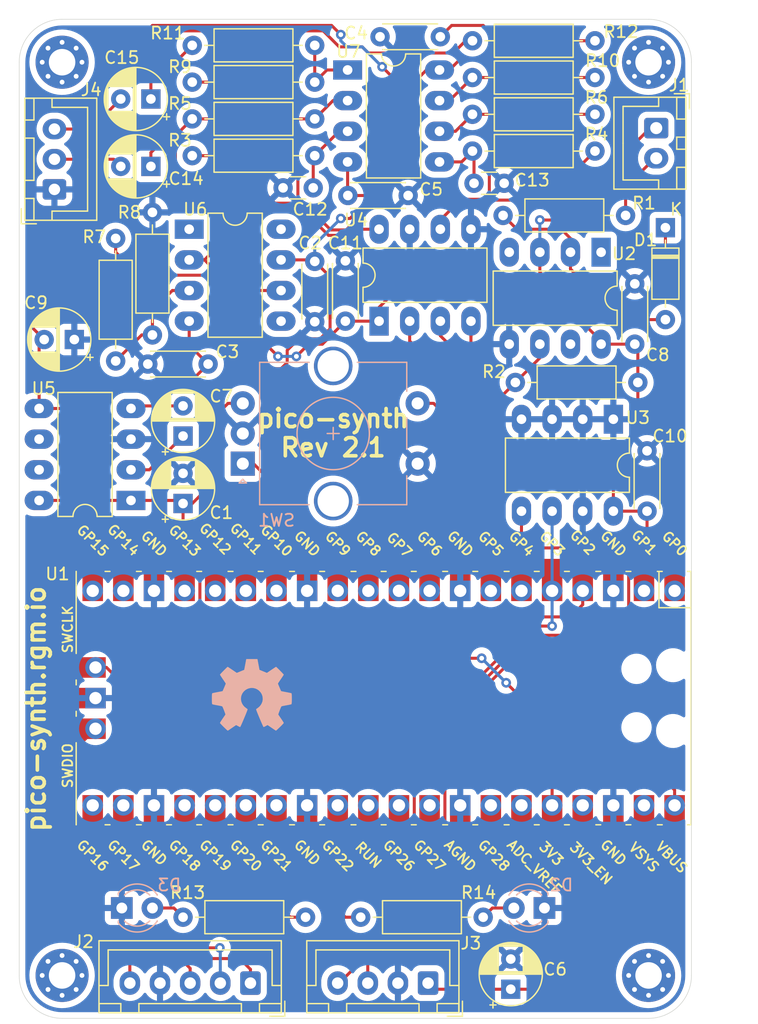
<source format=kicad_pcb>
(kicad_pcb (version 20211014) (generator pcbnew)
  (title_block (title "pico-synth") (date "2022-02-01") (rev "2.1"))
  (layers (0 "F.Cu" signal) (31 "B.Cu" signal) (34 "B.Paste" user) (35 "F.Paste" user) (36 "B.SilkS" user "B.Silkscreen") (37 "F.SilkS" user "F.Silkscreen") (38 "B.Mask" user) (39 "F.Mask" user) (44 "Edge.Cuts" user))
  (net 0 "")
  (net 1 "GND")
  (net 2 "Net-(D1-Pad2)")
  (net 3 "Net-(D1-Pad1)")
  (net 4 "Net-(R5-Pad2)")
  (net 6 "Net-(R10-Pad2)")
  (net 7 "+5V")
  (net 8 "-5V")
  (net 9 "+3V3")
  (net 10 "Net-(C7-Pad2)")
  (net 11 "Net-(C7-Pad1)")
  (net 12 "Net-(C12-Pad1)")
  (net 13 "Net-(C13-Pad1)")
  (net 14 "Net-(C14-Pad2)")
  (net 15 "Net-(C14-Pad1)")
  (net 16 "Net-(C15-Pad2)")
  (net 17 "Net-(C15-Pad1)")
  (net 18 "Net-(J1-Pad2)")
  (net 19 "DBG_SWDIO")
  (net 20 "DBG_SWCLK")
  (net 21 "DBG_RX")
  (net 22 "DBG_TX")
  (net 23 "SDA")
  (net 24 "SCL")
  (net 25 "MIDI_RX")
  (net 26 "CH1")
  (net 27 "CH2")
  (net 28 "VREF")
  (net 29 "Net-(R7-Pad2)")
  (net 30 "Net-(R11-Pad2)")
  (net 31 "Net-(R10-Pad1)")
  (net 32 "ENC_A")
  (net 33 "ENC_B")
  (net 34 "ENC_BT")
  (net 49 "CS")
  (net 50 "SCK")
  (net 51 "SDI")
  (net 54 "Net-(D2-Pad2)")
  (net 55 "Net-(D3-Pad2)")
  (net 56 "LED1")
  (net 57 "LED2")
  (footprint "Capacitor_THT:CP_Radial_D5.0mm_P2.50mm" (layer "F.Cu") (at 131.953 100.965 90)
    (fp_text reference "C1")
    (fp_text value "10u")
  )
  (footprint "Capacitor_THT:C_Disc_D4.3mm_W1.9mm_P5.00mm" (layer "F.Cu") (at 142.875 80.899 -90)
    (fp_text reference "C2")
    (fp_text value "100n")
  )
  (footprint "Capacitor_THT:C_Disc_D4.3mm_W1.9mm_P5.00mm" (layer "F.Cu") (at 129.032 89.408)
    (fp_text reference "C3")
    (fp_text value "100n")
  )
  (footprint "Capacitor_THT:C_Disc_D4.3mm_W1.9mm_P5.00mm" (layer "F.Cu") (at 153.289 62.2808 180)
    (fp_text reference "C4")
    (fp_text value "100n")
  )
  (footprint "Capacitor_THT:C_Disc_D4.3mm_W1.9mm_P5.00mm" (layer "F.Cu") (at 150.622 75.438 180)
    (fp_text reference "C5")
    (fp_text value "100n")
  )
  (footprint "Capacitor_THT:CP_Radial_D5.0mm_P2.50mm" (layer "F.Cu") (at 159.131 141.224 90)
    (fp_text reference "C6")
    (fp_text value "10u")
  )
  (footprint "Capacitor_THT:CP_Radial_D5.0mm_P2.50mm" (layer "F.Cu") (at 131.953 95.377 90)
    (fp_text reference "C7")
    (fp_text value "10u")
  )
  (footprint "Capacitor_THT:C_Disc_D4.3mm_W1.9mm_P5.00mm" (layer "F.Cu") (at 169.418 87.757 90)
    (fp_text reference "C8")
    (fp_text value "100n")
  )
  (footprint "Capacitor_THT:CP_Radial_D5.0mm_P2.50mm" (layer "F.Cu") (at 122.936 87.376 180)
    (fp_text reference "C9")
    (fp_text value "10u")
  )
  (footprint "Capacitor_THT:C_Disc_D4.3mm_W1.9mm_P5.00mm" (layer "F.Cu") (at 170.434 101.6 90)
    (fp_text reference "C10")
    (fp_text value "100n")
  )
  (footprint "Capacitor_THT:C_Disc_D4.3mm_W1.9mm_P5.00mm" (layer "F.Cu") (at 145.415 85.852 90)
    (fp_text reference "C11")
    (fp_text value "100n")
  )
  (footprint "Capacitor_THT:C_Disc_D3.0mm_W1.6mm_P2.50mm" (layer "F.Cu") (at 142.748 74.803 180)
    (fp_text reference "C12")
    (fp_text value "4n7")
  )
  (footprint "Capacitor_THT:C_Disc_D3.0mm_W1.6mm_P2.50mm" (layer "F.Cu") (at 156.083 74.422)
    (fp_text reference "C13")
    (fp_text value "4n7")
  )
  (footprint "Capacitor_THT:CP_Radial_D5.0mm_P2.50mm" (layer "F.Cu") (at 129.286 73.025 180)
    (fp_text reference "C14")
    (fp_text value "10u")
  )
  (footprint "Capacitor_THT:CP_Radial_D5.0mm_P2.50mm" (layer "F.Cu") (at 129.286 67.437 180)
    (fp_text reference "C15")
    (fp_text value "10u")
  )
  (footprint "Diode_THT:D_DO-35_SOD27_P7.62mm_Horizontal" (layer "F.Cu") (at 171.958 78.105 -90)
    (fp_text reference "D1")
    (fp_text value "1N4148")
  )
  (footprint "Connector_JST:JST_XH_B2B-XH-A_1x02_P2.50mm_Vertical" (layer "F.Cu") (at 171.196 69.85 -90)
    (fp_text reference "J1")
    (fp_text value "JST XH 2P")
  )
  (footprint "Connector_JST:JST_XH_B5B-XH-A_1x05_P2.50mm_Vertical" (layer "F.Cu") (at 137.541 140.716 180)
    (fp_text reference "J2")
    (fp_text value "JST XH 5P")
  )
  (footprint "Connector_JST:JST_XH_B4B-XH-A_1x04_P2.50mm_Vertical" (layer "F.Cu") (at 152.273 140.716 180)
    (fp_text reference "J3")
    (fp_text value "JST XH 4P")
  )
  (footprint "Connector_JST:JST_XH_B3B-XH-A_1x03_P2.50mm_Vertical" (layer "F.Cu") (at 121.285 74.93 90)
    (fp_text reference "J4")
    (fp_text value "JST XH 3P")
  )
  (footprint "Resistor_THT:R_Axial_DIN0207_L6.3mm_D2.5mm_P10.16mm_Horizontal" (layer "F.Cu") (at 168.656 77.089 180)
    (fp_text reference "R1")
    (fp_text value "220R")
  )
  (footprint "Resistor_THT:R_Axial_DIN0207_L6.3mm_D2.5mm_P10.16mm_Horizontal" (layer "F.Cu") (at 169.672 90.932 180)
    (fp_text reference "R2")
    (fp_text value "10k")
  )
  (footprint "Resistor_THT:R_Axial_DIN0207_L6.3mm_D2.5mm_P10.16mm_Horizontal" (layer "F.Cu") (at 142.875 72.136 180)
    (fp_text reference "R3")
    (fp_text value "470R")
  )
  (footprint "Resistor_THT:R_Axial_DIN0207_L6.3mm_D2.5mm_P10.16mm_Horizontal" (layer "F.Cu") (at 155.956 71.755)
    (fp_text reference "R4")
    (fp_text value "470R")
  )
  (footprint "Resistor_THT:R_Axial_DIN0207_L6.3mm_D2.5mm_P10.16mm_Horizontal" (layer "F.Cu") (at 132.715 69.088)
    (fp_text reference "R5")
    (fp_text value "56k")
  )
  (footprint "Resistor_THT:R_Axial_DIN0207_L6.3mm_D2.5mm_P10.16mm_Horizontal" (layer "F.Cu") (at 166.116 68.707 180)
    (fp_text reference "R6")
    (fp_text value "56k")
  )
  (footprint "Resistor_THT:R_Axial_DIN0207_L6.3mm_D2.5mm_P10.16mm_Horizontal" (layer "F.Cu") (at 126.365 78.994 -90)
    (fp_text reference "R7")
    (fp_text value "22k")
  )
  (footprint "Resistor_THT:R_Axial_DIN0207_L6.3mm_D2.5mm_P10.16mm_Horizontal" (layer "F.Cu") (at 129.413 86.995 90)
    (fp_text reference "R8")
    (fp_text value "10k")
  )
  (footprint "Resistor_THT:R_Axial_DIN0207_L6.3mm_D2.5mm_P10.16mm_Horizontal" (layer "F.Cu") (at 142.875 66.04 180)
    (fp_text reference "R9")
    (fp_text value "39k")
  )
  (footprint "Resistor_THT:R_Axial_DIN0207_L6.3mm_D2.5mm_P10.16mm_Horizontal" (layer "F.Cu") (at 155.956 65.659)
    (fp_text reference "R10")
    (fp_text value "39k")
  )
  (footprint "Resistor_THT:R_Axial_DIN0207_L6.3mm_D2.5mm_P10.16mm_Horizontal" (layer "F.Cu") (at 132.715 62.992)
    (fp_text reference "R11")
    (fp_text value "1k")
  )
  (footprint "Resistor_THT:R_Axial_DIN0207_L6.3mm_D2.5mm_P10.16mm_Horizontal" (layer "F.Cu") (at 155.956 62.611)
    (fp_text reference "R12")
    (fp_text value "1k")
  )
  (footprint "MCU_RaspberryPi_and_Boards:RPi_Pico_SMD_TH" (layer "F.Cu") (at 148.59 117.094 -90)
    (fp_text reference "U1")
    (fp_text value "Pico")
  )
  (footprint "Package_DIP:DIP-8_W7.62mm_LongPads" (layer "F.Cu") (at 166.624 80.137 -90)
    (fp_text reference "U2")
    (fp_text value "6N137")
  )
  (footprint "Package_DIP:DIP-8_W7.62mm_LongPads" (layer "F.Cu") (at 167.64 93.98 -90)
    (fp_text reference "U3")
    (fp_text value "24LC512")
  )
  (footprint "Package_DIP:DIP-8_W7.62mm_LongPads" (layer "F.Cu") (at 148.209 85.852 90)
    (fp_text reference "U4")
    (fp_text value "MCP4822")
  )
  (footprint "Package_DIP:DIP-8_W7.62mm_LongPads" (layer "F.Cu") (at 127.635 100.711 180)
    (fp_text reference "U5")
    (fp_text value "LTC1044")
  )
  (footprint "Package_DIP:DIP-8_W7.62mm_LongPads" (layer "F.Cu") (at 132.461 78.232)
    (fp_text reference "U6")
    (fp_text value "TL071")
  )
  (footprint "Package_DIP:DIP-8_W7.62mm_LongPads" (layer "F.Cu") (at 145.601225 65.033)
    (fp_text reference "U7")
    (fp_text value "TL072")
  )
  (footprint "MountingHole:MountingHole_2.2mm_M2_Pad_Via" (layer "F.Cu") (at 121.92 64.389)
    (fp_text reference "H1" hide)
    (fp_text value "MountingHole")
  )
  (footprint "MountingHole:MountingHole_2.2mm_M2_Pad_Via" (layer "F.Cu") (at 170.561 64.389)
    (fp_text reference "H2" hide)
    (fp_text value "MountingHole")
  )
  (footprint "MountingHole:MountingHole_2.2mm_M2_Pad_Via" (layer "F.Cu") (at 121.92 140.081)
    (fp_text reference "H3" hide)
    (fp_text value "MountingHole")
  )
  (footprint "MountingHole:MountingHole_2.2mm_M2_Pad_Via" (layer "F.Cu") (at 170.561 140.081)
    (fp_text reference "H4" hide)
    (fp_text value "MountingHole")
  )
  (footprint "Resistor_THT:R_Axial_DIN0207_L6.3mm_D2.5mm_P10.16mm_Horizontal" (layer "F.Cu") (at 142.113 135.255 180)
    (fp_text reference "R13")
    (fp_text value "18k")
  )
  (footprint "Resistor_THT:R_Axial_DIN0207_L6.3mm_D2.5mm_P10.16mm_Horizontal" (layer "F.Cu") (at 146.685 135.255)
    (fp_text reference "R14")
    (fp_text value "18k")
  )
  (footprint "Rotary_Encoder:RotaryEncoder_Alps_EC11E-Switch_Vertical_H20mm_CircularMountingHoles" (layer "B.Cu") (at 136.906 97.663)
    (fp_text reference "SW1")
    (fp_text value "Rotary_Encoder_Switch")
  )
  (footprint "Symbol:OSHW-Symbol_6.7x6mm_SilkScreen" (layer "B.Cu") (at 137.668 116.84 180)
    (fp_text reference "REF**" hide)
    (fp_text value "OSHW-Symbol_6.7x6mm_SilkScreen" hide)
  )
  (footprint "LED_THT:LED_D3.0mm" (layer "B.Cu") (at 126.873 134.493)
    (fp_text reference "D3")
    (fp_text value "LED")
  )
  (footprint "LED_THT:LED_D3.0mm" (layer "B.Cu") (at 161.925 134.493 180)
    (fp_text reference "D2")
    (fp_text value "LED")
  )
  (gr_line (start 174.117 140.081) (end 174.117 64.389) (layer "Edge.Cuts") (width 0.05))
  (gr_line (start 170.561 60.833) (end 121.92 60.833) (layer "Edge.Cuts") (width 0.05))
  (gr_line (start 118.364 64.389) (end 118.364 140.081) (layer "Edge.Cuts") (width 0.05))
  (gr_line (start 121.92 143.637) (end 170.561 143.637) (layer "Edge.Cuts") (width 0.05))
  (gr_arc (start 118.364 64.389) (mid 119.405528 61.874528) (end 121.92 60.833) (layer "Edge.Cuts") (width 0.05))
  (gr_arc (start 121.92 143.637) (mid 119.405528 142.595472) (end 118.364 140.081) (layer "Edge.Cuts") (width 0.05))
  (gr_arc (start 170.561 60.833) (mid 173.075472 61.874528) (end 174.117 64.389) (layer "Edge.Cuts") (width 0.05))
  (gr_arc (start 174.117 140.081) (mid 173.075472 142.595472) (end 170.561 143.637) (layer "Edge.Cuts") (width 0.05))
  (gr_text "pico-synth\nRev 2.1" (at 144.399 95.123) (layer "F.SilkS") (effects (font (size 1.5 1.5) (thickness 0.3))))
  (gr_text "pico-synth.rgm.io" (at 119.761 117.983 90) (layer "F.SilkS") (effects (font (size 1.5 1.5) (thickness 0.3))))
  (segment (start 161.544 77.47) (end 163.068 77.47) (width 0.25) (layer "F.Cu") (net 2))
  (segment (start 161.544 81.788) (end 165.481 85.725) (width 0.25) (layer "F.Cu") (net 2))
  (segment (start 165.481 85.725) (end 171.958 85.725) (width 0.25) (layer "F.Cu") (net 2))
  (segment (start 163.068 77.47) (end 170.688 69.85) (width 0.25) (layer "F.Cu") (net 2))
  (segment (start 161.544 80.137) (end 161.544 81.788) (width 0.25) (layer "F.Cu") (net 2))
  (segment (start 170.688 69.85) (end 171.196 69.85) (width 0.25) (layer "F.Cu") (net 2))
  (via (at 161.544 77.47) (size 0.8) (drill 0.4) (layers "F.Cu" "B.Cu") (net 2))
  (segment (start 161.544 80.137) (end 161.544 77.47) (width 0.25) (layer "B.Cu") (net 2))
  (segment (start 163.322 78.232) (end 164.084 78.994) (width 0.25) (layer "F.Cu") (net 3))
  (segment (start 158.496 77.089) (end 159.639 78.232) (width 0.25) (layer "F.Cu") (net 3))
  (segment (start 171.958 83.058) (end 171.958 78.105) (width 0.25) (layer "F.Cu") (net 3))
  (segment (start 169.74101 85.27499) (end 171.958 83.058) (width 0.25) (layer "F.Cu") (net 3))
  (segment (start 159.639 78.232) (end 163.322 78.232) (width 0.25) (layer "F.Cu") (net 3))
  (segment (start 164.084 80.137) (end 164.084 81.534) (width 0.25) (layer "F.Cu") (net 3))
  (segment (start 164.084 78.994) (end 164.084 80.137) (width 0.25) (layer "F.Cu") (net 3))
  (segment (start 164.084 81.534) (end 167.82499 85.27499) (width 0.25) (layer "F.Cu") (net 3))
  (segment (start 167.82499 85.27499) (end 169.74101 85.27499) (width 0.25) (layer "F.Cu") (net 3))
  (segment (start 145.601225 67.631775) (end 145.601225 67.573) (width 0.25) (layer "F.Cu") (net 4))
  (segment (start 144.39 67.573) (end 142.875 69.088) (width 0.25) (layer "F.Cu") (net 4))
  (segment (start 139.319 69.088) (end 142.875 69.088) (width 0.25) (layer "F.Cu") (net 4))
  (segment (start 145.601225 67.573) (end 144.39 67.573) (width 0.25) (layer "F.Cu") (net 4))
  (segment (start 132.715 66.04) (end 136.271 66.04) (width 0.25) (layer "F.Cu") (net 4))
  (segment (start 136.271 66.04) (end 139.319 69.088) (width 0.25) (layer "F.Cu") (net 4))
  (segment (start 154.55 70.113) (end 155.956 68.707) (width 0.25) (layer "F.Cu") (net 6))
  (segment (start 153.221225 70.113) (end 154.55 70.113) (width 0.25) (layer "F.Cu") (net 6))
  (segment (start 160.02 68.707) (end 163.068 65.659) (width 0.25) (layer "F.Cu") (net 6))
  (segment (start 155.956 68.707) (end 160.02 68.707) (width 0.25) (layer "F.Cu") (net 6))
  (segment (start 163.068 65.659) (end 166.116 65.659) (width 0.25) (layer "F.Cu") (net 6))
  (segment (start 158.75 115.824) (end 158.75 115.824) (width 0.25) (layer "F.Cu") (net 7))
  (segment (start 145.796 77.343) (end 145.66759 77.343) (width 0.25) (layer "F.Cu") (net 7))
  (segment (start 165.735 122.809) (end 158.75 115.824) (width 0.25) (layer "F.Cu") (net 7))
  (segment (start 140.081 80.772) (end 142.748 80.772) (width 0.25) (layer "F.Cu") (net 7))
  (segment (start 144.145 86.48559) (end 143.318795 87.311795) (width 0.25) (layer "F.Cu") (net 7))
  (segment (start 147.06459 76.07441) (end 145.796 77.343) (width 0.25) (layer "F.Cu") (net 7))
  (segment (start 131.699 100.711) (end 131.953 100.965) (width 0.25) (layer "F.Cu") (net 7))
  (segment (start 134.16999 92.39801) (end 134.16999 99.51001) (width 0.25) (layer "F.Cu") (net 7))
  (segment (start 133.35 109.728) (end 137.414 113.792) (width 0.25) (layer "F.Cu") (net 7))
  (segment (start 134.16999 99.51001) (end 132.715 100.965) (width 0.25) (layer "F.Cu") (net 7))
  (segment (start 132.715 100.965) (end 131.953 100.965) (width 0.25) (layer "F.Cu") (net 7))
  (segment (start 140.589 89.281) (end 140.081 89.789) (width 0.25) (layer "F.Cu") (net 7))
  (segment (start 136.779 89.789) (end 134.16999 92.39801) (width 0.25) (layer "F.Cu") (net 7))
  (segment (start 144.145 82.169) (end 144.145 86.48559) (width 0.25) (layer "F.Cu") (net 7))
  (segment (start 133.35 104.267) (end 133.35 109.728) (width 0.25) (layer "F.Cu") (net 7))
  (segment (start 137.414 113.792) (end 156.718 113.792) (width 0.25) (layer "F.Cu") (net 7))
  (segment (start 154.042 65.033) (end 153.221225 65.033) (width 0.25) (layer "F.Cu") (net 7))
  (segment (start 142.748 80.772) (end 142.875 80.899) (width 0.25) (layer "F.Cu") (net 7))
  (segment (start 145.66759 77.343) (end 145.034 77.343) (width 0.25) (layer "F.Cu") (net 7))
  (segment (start 140.081 89.789) (end 136.779 89.789) (width 0.25) (layer "F.Cu") (net 7))
  (segment (start 131.953 102.87) (end 133.35 104.267) (width 0.25) (layer "F.Cu") (net 7))
  (segment (start 141.542205 87.311795) (end 140.589 88.265) (width 0.25) (layer "F.Cu") (net 7))
  (segment (start 170.815 122.809) (end 165.735 122.809) (width 0.25) (layer "F.Cu") (net 7))
  (segment (start 120.015 100.711) (end 127.635 100.711) (width 0.25) (layer "F.Cu") (net 7))
  (segment (start 156.591 64.135) (end 154.94 64.135) (width 0.25) (layer "F.Cu") (net 7))
  (segment (start 142.875 80.899) (end 144.145 82.169) (width 0.25) (layer "F.Cu") (net 7))
  (segment (start 157.48 63.246) (end 156.591 64.135) (width 0.25) (layer "F.Cu") (net 7))
  (segment (start 131.953 100.965) (end 131.953 102.87) (width 0.25) (layer "F.Cu") (net 7))
  (segment (start 140.589 88.265) (end 140.589 89.281) (width 0.25) (layer "F.Cu") (net 7))
  (segment (start 172.72 124.714) (end 170.815 122.809) (width 0.25) (layer "F.Cu") (net 7))
  (segment (start 152.137 65.033) (end 149.733 67.437) (width 0.25) (layer "F.Cu") (net 7))
  (segment (start 147.06459 76.073) (end 147.06459 76.07441) (width 0.25) (layer "F.Cu") (net 7))
  (segment (start 143.318795 87.311795) (end 141.542205 87.311795) (width 0.25) (layer "F.Cu") (net 7))
  (segment (start 156.845 61.341) (end 157.48 61.976) (width 0.25) (layer "F.Cu") (net 7))
  (segment (start 172.72 125.984) (end 172.72 124.714) (width 0.25) (layer "F.Cu") (net 7))
  (segment (start 154.94 64.135) (end 154.042 65.033) (width 0.25) (layer "F.Cu") (net 7))
  (segment (start 153.221225 65.033) (end 152.137 65.033) (width 0.25) (layer "F.Cu") (net 7))
  (segment (start 149.733 67.437) (end 149.733 73.40459) (width 0.25) (layer "F.Cu") (net 7))
  (segment (start 157.48 61.976) (end 157.48 63.246) (width 0.25) (layer "F.Cu") (net 7))
  (segment (start 149.733 73.40459) (end 147.06459 76.073) (width 0.25) (layer "F.Cu") (net 7))
  (segment (start 154.2288 61.341) (end 153.289 62.2808) (width 0.25) (layer "F.Cu") (net 7))
  (segment (start 127.635 100.711) (end 131.699 100.711) (width 0.25) (layer "F.Cu") (net 7))
  (segment (start 156.845 61.341) (end 154.2288 61.341) (width 0.25) (layer "F.Cu") (net 7))
  (via (at 156.718 113.792) (size 0.8) (drill 0.4) (layers "F.Cu" "B.Cu") (net 7))
  (via (at 145.034 77.343) (size 0.8) (drill 0.4) (layers "F.Cu" "B.Cu") (net 7))
  (via (at 158.75 115.824) (size 0.8) (drill 0.4) (layers "F.Cu" "B.Cu") (net 7))
  (segment (start 145.034 77.343) (end 145.034 77.343) (width 0.25) (layer "B.Cu") (net 7))
  (segment (start 142.875 79.502) (end 145.034 77.343) (width 0.25) (layer "B.Cu") (net 7))
  (segment (start 145.034 77.597) (end 145.034 77.343) (width 0.25) (layer "B.Cu") (net 7))
  (segment (start 142.875 80.899) (end 142.875 79.502) (width 0.25) (layer "B.Cu") (net 7))
  (segment (start 156.718 113.792) (end 158.75 115.824) (width 0.25) (layer "B.Cu") (net 7))
  (segment (start 148.463 64.77) (end 148.463 64.77) (width 0.25) (layer "F.Cu") (net 8))
  (segment (start 132.461 85.852) (end 132.461 87.837) (width 0.25) (layer "F.Cu") (net 8))
  (segment (start 145.601225 72.653) (end 145.601225 75.417225) (width 0.25) (layer "F.Cu") (net 8))
  (segment (start 132.461 87.837) (end 134.032 89.408) (width 0.25) (layer "F.Cu") (net 8))
  (segment (start 129.413 61.341) (end 144.272 61.341) (width 0.25) (layer "F.Cu") (net 8))
  (segment (start 124.46 93.091) (end 126.238 91.313) (width 0.25) (layer "F.Cu") (net 8))
  (segment (start 119.253 69.215) (end 119.253 86.193) (width 0.25) (layer "F.Cu") (net 8))
  (segment (start 145.601225 75.417225) (end 145.622 75.438) (width 0.25) (layer "F.Cu") (net 8))
  (segment (start 120.015 93.091) (end 120.015 87.797) (width 0.25) (layer "F.Cu") (net 8))
  (segment (start 126.238 91.313) (end 132.127 91.313) (width 0.25) (layer "F.Cu") (net 8))
  (segment (start 120.523 67.945) (end 119.253 69.215) (width 0.25) (layer "F.Cu") (net 8))
  (segment (start 149.28299 73.21819) (end 149.28299 65.58999) (width 0.25) (layer "F.Cu") (net 8))
  (segment (start 132.127 91.313) (end 134.032 89.408) (width 0.25) (layer "F.Cu") (net 8))
  (segment (start 145.622 75.438) (end 147.06318 75.438) (width 0.25) (layer "F.Cu") (net 8))
  (segment (start 149.28299 65.58999) (end 148.463 64.77) (width 0.25) (layer "F.Cu") (net 8))
  (segment (start 120.015 93.091) (end 124.46 93.091) (width 0.25) (layer "F.Cu") (net 8))
  (segment (start 144.272 61.341) (end 145.034 62.103) (width 0.25) (layer "F.Cu") (net 8))
  (segment (start 147.06318 75.438) (end 149.28299 73.21819) (width 0.25) (layer "F.Cu") (net 8))
  (segment (start 129.413 61.341) (end 122.809 67.945) (width 0.25) (layer "F.Cu") (net 8))
  (segment (start 119.253 86.193) (end 120.436 87.376) (width 0.25) (layer "F.Cu") (net 8))
  (segment (start 120.015 87.797) (end 120.436 87.376) (width 0.25) (layer "F.Cu") (net 8))
  (segment (start 122.809 67.945) (end 120.523 67.945) (width 0.25) (layer "F.Cu") (net 8))
  (via (at 145.034 62.103) (size 0.8) (drill 0.4) (layers "F.Cu" "B.Cu") (net 8))
  (via (at 148.463 64.77) (size 0.8) (drill 0.4) (layers "F.Cu" "B.Cu") (net 8))
  (segment (start 145.034 62.611) (end 145.034 62.103) (width 0.25) (layer "B.Cu") (net 8))
  (segment (start 146.812 63.119) (end 145.542 63.119) (width 0.25) (layer "B.Cu") (net 8))
  (segment (start 148.463 64.77) (end 146.812 63.119) (width 0.25) (layer "B.Cu") (net 8))
  (segment (start 145.542 63.119) (end 145.034 62.611) (width 0.25) (layer "B.Cu") (net 8))
  (segment (start 139.827 88.773) (end 139.827 88.773) (width 0.25) (layer "F.Cu") (net 9))
  (segment (start 167.64 97.282) (end 167.64 101.6) (width 0.25) (layer "F.Cu") (net 9))
  (segment (start 128.27 82.042) (end 126.365 80.137) (width 0.25) (layer "F.Cu") (net 9))
  (segment (start 169.672 90.932) (end 169.672 88.011) (width 0.25) (layer "F.Cu") (net 9))
  (segment (start 143.505195 87.761805) (end 142.362195 87.761805) (width 0.25) (layer "F.Cu") (net 9))
  (segment (start 157.226 115.95382) (end 157.226 118.872) (width 0.25) (layer "F.Cu") (net 9))
  (segment (start 168.91 110.109) (end 167.132 111.887) (width 0.25) (layer "F.Cu") (net 9))
  (segment (start 167.132 111.887) (end 161.29282 111.887) (width 0.25) (layer "F.Cu") (net 9))
  (segment (start 169.672 95.25) (end 167.64 97.282) (width 0.25) (layer "F.Cu") (net 9))
  (segment (start 148.209 84.709) (end 149.606 83.312) (width 0.25) (layer "F.Cu") (net 9))
  (segment (start 139.827 88.773) (end 137.541 86.487) (width 0.25) (layer "F.Cu") (net 9))
  (segment (start 159.131 141.224) (end 152.781 141.224) (width 0.25) (layer "F.Cu") (net 9))
  (segment (start 161.29282 111.887) (end 157.226 115.95382) (width 0.25) (layer "F.Cu") (net 9))
  (segment (start 169.672 88.011) (end 169.418 87.757) (width 0.25) (layer "F.Cu") (net 9))
  (segment (start 162.56 124.206) (end 162.56 125.984) (width 0.25) (layer "F.Cu") (net 9))
  (segment (start 137.541 86.487) (end 137.541 85.21841) (width 0.25) (layer "F.Cu") (net 9))
  (segment (start 149.606 83.312) (end 162.43159 83.312) (width 0.25) (layer "F.Cu") (net 9))
  (segment (start 152.781 141.224) (end 152.273 140.716) (width 0.25) (layer "F.Cu") (net 9))
  (segment (start 137.541 85.21841) (end 134.36459 82.042) (width 0.25) (layer "F.Cu") (net 9))
  (segment (start 161.544 141.224) (end 164.211 138.557) (width 0.25) (layer "F.Cu") (net 9))
  (segment (start 166.624 87.50441) (end 166.624 87.757) (width 0.25) (layer "F.Cu") (net 9))
  (segment (start 134.36459 82.042) (end 128.27 82.042) (width 0.25) (layer "F.Cu") (net 9))
  (segment (start 142.362195 87.761805) (end 141.351 88.773) (width 0.25) (layer "F.Cu") (net 9))
  (segment (start 168.91 105.41) (end 168.91 110.109) (width 0.25) (layer "F.Cu") (net 9))
  (segment (start 167.64 101.6) (end 170.434 101.6) (width 0.25) (layer "F.Cu") (net 9))
  (segment (start 162.43159 83.312) (end 166.624 87.50441) (width 0.25) (layer "F.Cu") (net 9))
  (segment (start 169.672 90.932) (end 169.672 95.25) (width 0.25) (layer "F.Cu") (net 9))
  (segment (start 166.624 87.757) (end 169.418 87.757) (width 0.25) (layer "F.Cu") (net 9))
  (segment (start 126.365 80.137) (end 126.365 78.994) (width 0.25) (layer "F.Cu") (net 9))
  (segment (start 148.209 85.852) (end 148.209 84.709) (width 0.25) (layer "F.Cu") (net 9))
  (segment (start 159.131 141.224) (end 161.544 141.224) (width 0.25) (layer "F.Cu") (net 9))
  (segment (start 170.434 103.886) (end 168.91 105.41) (width 0.25) (layer "F.Cu") (net 9))
  (segment (start 162.56 129.54) (end 162.56 125.984) (width 0.25) (layer "F.Cu") (net 9))
  (segment (start 170.434 101.6) (end 170.434 103.886) (width 0.25) (layer "F.Cu") (net 9))
  (segment (start 145.415 85.852) (end 148.209 85.852) (width 0.25) (layer "F.Cu") (net 9))
  (segment (start 157.226 118.872) (end 162.56 124.206) (width 0.25) (layer "F.Cu") (net 9))
  (segment (start 164.211 131.191) (end 162.56 129.54) (width 0.25) (layer "F.Cu") (net 9))
  (segment (start 145.415 85.852) (end 143.505195 87.761805) (width 0.25) (layer "F.Cu") (net 9))
  (segment (start 164.211 138.557) (end 164.211 131.191) (width 0.25) (layer "F.Cu") (net 9))
  (via (at 141.351 88.773) (size 0.8) (drill 0.4) (layers "F.Cu" "B.Cu") (net 9))
  (via (at 139.827 88.773) (size 0.8) (drill 0.4) (layers "F.Cu" "B.Cu") (net 9))
  (segment (start 139.827 88.773) (end 141.351 88.773) (width 0.25) (layer "B.Cu") (net 9))
  (segment (start 127.849 92.877) (end 127.635 93.091) (width 0.25) (layer "F.Cu") (net 10))
  (segment (start 131.953 92.877) (end 127.849 92.877) (width 0.25) (layer "F.Cu") (net 10))
  (segment (start 129.159 98.171) (end 131.953 95.377) (width 0.25) (layer "F.Cu") (net 11))
  (segment (start 127.635 98.171) (end 129.159 98.171) (width 0.25) (layer "F.Cu") (net 11))
  (segment (start 145.601225 70.113) (end 145.025 70.113) (width 0.25) (layer "F.Cu") (net 12))
  (segment (start 142.748 74.803) (end 142.748 72.263) (width 0.25) (layer "F.Cu") (net 12))
  (segment (start 142.748 72.263) (end 142.875 72.136) (width 0.25) (layer "F.Cu") (net 12))
  (segment (start 145.601225 70.298775) (end 145.601225 70.113) (width 0.25) (layer "F.Cu") (net 12))
  (segment (start 145.601225 70.113) (end 144.898 70.113) (width 0.25) (layer "F.Cu") (net 12))
  (segment (start 144.898 70.113) (end 142.875 72.136) (width 0.25) (layer "F.Cu") (net 12))
  (segment (start 155.058 72.653) (end 155.185 72.526) (width 0.25) (layer "F.Cu") (net 13))
  (segment (start 155.185 72.526) (end 155.956 71.755) (width 0.25) (layer "F.Cu") (net 13))
  (segment (start 156.083 74.422) (end 156.083 71.882) (width 0.25) (layer "F.Cu") (net 13))
  (segment (start 156.083 71.882) (end 155.956 71.755) (width 0.25) (layer "F.Cu") (net 13))
  (segment (start 153.221225 72.653) (end 155.058 72.653) (width 0.25) (layer "F.Cu") (net 13))
  (segment (start 121.285 72.43) (end 126.191 72.43) (width 0.25) (layer "F.Cu") (net 14))
  (segment (start 126.191 72.43) (end 126.786 73.025) (width 0.25) (layer "F.Cu") (net 14))
  (segment (start 129.286 71.880589) (end 130.937 70.229589) (width 0.25) (layer "F.Cu") (net 15))
  (segment (start 131.915001 63.791999) (end 132.715 62.992) (width 0.25) (layer "F.Cu") (net 15))
  (segment (start 130.937 70.229589) (end 130.937 64.77) (width 0.25) (layer "F.Cu") (net 15))
  (segment (start 129.286 73.025) (end 129.286 71.880589) (width 0.25) (layer "F.Cu") (net 15))
  (segment (start 130.937 64.77) (end 131.915001 63.791999) (width 0.25) (layer "F.Cu") (net 15))
  (segment (start 121.285 69.93) (end 124.293 69.93) (width 0.25) (layer "F.Cu") (net 16))
  (segment (start 124.293 69.93) (end 126.786 67.437) (width 0.25) (layer "F.Cu") (net 16))
  (segment (start 143.57901 61.79101) (end 144.907 63.119) (width 0.25) (layer "F.Cu") (net 17))
  (segment (start 155.3845 62.611) (end 155.956 62.611) (width 0.25) (layer "F.Cu") (net 17))
  (segment (start 129.286 62.992) (end 130.48699 61.79101) (width 0.25) (layer "F.Cu") (net 17))
  (segment (start 130.48699 61.79101) (end 143.57901 61.79101) (width 0.25) (layer "F.Cu") (net 17))
  (segment (start 154.3685 63.627) (end 155.3845 62.611) (width 0.25) (layer "F.Cu") (net 17))
  (segment (start 146.812 63.119) (end 147.32 63.627) (width 0.25) (layer "F.Cu") (net 17))
  (segment (start 147.32 63.627) (end 154.3685 63.627) (width 0.25) (layer "F.Cu") (net 17))
  (segment (start 144.907 63.119) (end 146.812 63.119) (width 0.25) (layer "F.Cu") (net 17))
  (segment (start 129.286 67.437) (end 129.286 62.992) (width 0.25) (layer "F.Cu") (net 17))
  (segment (start 168.656 77.089) (end 168.656 74.763) (width 0.25) (layer "F.Cu") (net 18))
  (segment (start 171.069 72.35) (end 168.656 74.763) (width 0.25) (layer "F.Cu") (net 18))
  (segment (start 171.196 72.35) (end 171.069 72.35) (width 0.25) (layer "F.Cu") (net 18))
  (segment (start 121.654978 122.669022) (end 121.7175 122.6065) (width 0.25) (layer "F.Cu") (net 19))
  (segment (start 124.780191 137.610011) (end 121.65498 134.4848) (width 0.25) (layer "F.Cu") (net 19))
  (segment (start 124.69 119.634) (end 121.7175 122.6065) (width 0.25) (layer "F.Cu") (net 19))
  (segment (start 121.65498 134.4848) (end 121.654978 122.669022) (width 0.25) (layer "F.Cu") (net 19))
  (segment (start 127.541 139.098) (end 126.053011 137.610011) (width 0.25) (layer "F.Cu") (net 19))
  (segment (start 127.541 140.716) (end 127.541 139.098) (width 0.25) (layer "F.Cu") (net 19))
  (segment (start 121.7175 122.6065) (end 121.665999 122.658001) (width 0.25) (layer "F.Cu") (net 19))
  (segment (start 126.053011 137.610011) (end 124.780191 137.610011) (width 0.25) (layer "F.Cu") (net 19))
  (segment (start 127.254 116.205) (end 125.603 114.554) (width 0.25) (layer "F.Cu") (net 20))
  (segment (start 125.603 114.554) (end 124.69 114.554) (width 0.25) (layer "F.Cu") (net 20))
  (segment (start 132.541 140.716) (end 132.541 139.491) (width 0.25) (layer "F.Cu") (net 20))
  (segment (start 122.11601 127.691579) (end 122.11601 124.0114) (width 0.25) (layer "F.Cu") (net 20))
  (segment (start 125.984 121.793) (end 127.254 120.523) (width 0.25) (layer "F.Cu") (net 20))
  (segment (start 127.254 120.523) (end 127.254 116.205) (width 0.25) (layer "F.Cu") (net 20))
  (segment (start 132.541 139.491) (end 130.21 137.16) (width 0.25) (layer "F.Cu") (net 20))
  (segment (start 122.11601 124.0114) (end 124.33441 121.793) (width 0.25) (layer "F.Cu") (net 20))
  (segment (start 124.33441 121.793) (end 125.984 121.793) (width 0.25) (layer "F.Cu") (net 20))
  (segment (start 122.104989 134.298399) (end 122.104989 127.7026) (width 0.25) (layer "F.Cu") (net 20))
  (segment (start 122.104989 127.7026) (end 122.11601 127.691579) (width 0.25) (layer "F.Cu") (net 20))
  (segment (start 130.21 137.16) (end 124.96659 137.16) (width 0.25) (layer "F.Cu") (net 20))
  (segment (start 124.96659 137.16) (end 122.104989 134.298399) (width 0.25) (layer "F.Cu") (net 20))
  (segment (start 123.00501 130.9964) (end 123.00501 133.9256) (width 0.25) (layer "F.Cu") (net 21))
  (segment (start 130.582802 136.259982) (end 132.11782 137.795) (width 0.25) (layer "F.Cu") (net 21))
  (segment (start 123.00501 133.9256) (end 125.339391 136.259981) (width 0.25) (layer "F.Cu") (net 21))
  (segment (start 127 125.984) (end 127 128.778) (width 0.25) (layer "F.Cu") (net 21))
  (segment (start 124.33441 129.667) (end 123.00501 130.9964) (width 0.25) (layer "F.Cu") (net 21))
  (segment (start 127 128.778) (end 126.111 129.667) (width 0.25) (layer "F.Cu") (net 21))
  (segment (start 126.111 129.667) (end 124.33441 129.667) (width 0.25) (layer "F.Cu") (net 21))
  (segment (start 132.11782 137.795) (end 135.001 137.795) (width 0.25) (layer "F.Cu") (net 21))
  (segment (start 125.339391 136.259981) (end 130.582802 136.259982) (width 0.25) (layer "F.Cu") (net 21))
  (via (at 135.001 137.795) (size 0.8) (drill 0.4) (layers "F.Cu" "B.Cu") (net 21))
  (segment (start 135.041 140.716) (end 135.041 137.835) (width 0.25) (layer "B.Cu") (net 21))
  (segment (start 135.041 137.835) (end 135.001 137.795) (width 0.25) (layer "B.Cu") (net 21))
  (segment (start 122.555 134.112) (end 125.15299 136.70999) (width 0.25) (layer "F.Cu") (net 22))
  (segment (start 122.555 130.81) (end 122.555 134.112) (width 0.25) (layer "F.Cu") (net 22))
  (segment (start 125.15299 136.70999) (end 130.396401 136.709991) (width 0.25) (layer "F.Cu") (net 22))
  (segment (start 137.541 139.573) (end 137.541 140.716) (width 0.25) (layer "F.Cu") (net 22))
  (segment (start 130.396401 136.709991) (end 132.37041 138.684) (width 0.25) (layer "F.Cu") (net 22))
  (segment (start 132.37041 138.684) (end 136.652 138.684) (width 0.25) (layer "F.Cu") (net 22))
  (segment (start 124.46 128.905) (end 122.555 130.81) (width 0.25) (layer "F.Cu") (net 22))
  (segment (start 136.652 138.684) (end 137.541 139.573) (width 0.25) (layer "F.Cu") (net 22))
  (segment (start 124.46 125.984) (end 124.46 128.905) (width 0.25) (layer "F.Cu") (net 22))
  (segment (start 160.02 103.759) (end 160.909 104.648) (width 0.25) (layer "F.Cu") (net 23))
  (segment (start 160.02 101.6) (end 160.02 102.616) (width 0.25) (layer "F.Cu") (net 23))
  (segment (start 164.338 104.648) (end 165.1 105.41) (width 0.25) (layer "F.Cu") (net 23))
  (segment (start 151.13 134.49159) (end 144.90559 140.716) (width 0.25) (layer "F.Cu") (net 23))
  (segment (start 161.544 110.363) (end 151.13 120.777) (width 0.25) (layer "F.Cu") (net 23))
  (segment (start 151.13 120.777) (end 151.13 134.49159) (width 0.25) (layer "F.Cu") (net 23))
  (segment (start 165.1 109.347) (end 164.084 110.363) (width 0.25) (layer "F.Cu") (net 23))
  (segment (start 165.1 105.41) (end 165.1 108.204) (width 0.25) (layer "F.Cu") (net 23))
  (segment (start 165.1 108.204) (end 165.1 109.347) (width 0.25) (layer "F.Cu") (net 23))
  (segment (start 164.084 110.363) (end 161.544 110.363) (width 0.25) (layer "F.Cu") (net 23))
  (segment (start 160.02 101.6) (end 160.02 103.759) (width 0.25) (layer "F.Cu") (net 23))
  (segment (start 160.909 104.648) (end 164.338 104.648) (width 0.25) (layer "F.Cu") (net 23))
  (segment (start 144.90559 140.716) (end 144.773 140.716) (width 0.25) (layer "F.Cu") (net 23))
  (segment (start 162.56 111.125) (end 161.41841 111.125) (width 0.25) (layer "F.Cu") (net 24))
  (segment (start 153.67 132.588) (end 147.273 138.985) (width 0.25) (layer "F.Cu") (net 24))
  (segment (start 153.67 118.87341) (end 153.67 132.588) (width 0.25) (layer "F.Cu") (net 24))
  (segment (start 147.273 138.985) (end 147.273 140.716) (width 0.25) (layer "F.Cu") (net 24))
  (segment (start 161.41841 111.125) (end 153.67 118.87341) (width 0.25) (layer "F.Cu") (net 24))
  (via (at 162.56 111.125) (size 0.8) (drill 0.4) (layers "F.Cu" "B.Cu") (net 24))
  (segment (start 162.56 111.125) (end 162.56 111.125) (width 0.25) (layer "B.Cu") (net 24))
  (segment (start 162.56 108.204) (end 162.56 101.6) (width 0.25) (layer "B.Cu") (net 24))
  (segment (start 162.56 108.204) (end 162.56 111.125) (width 0.25) (layer "B.Cu") (net 24))
  (segment (start 161.544 87.757) (end 161.544 88.9) (width 0.25) (layer "F.Cu") (net 25))
  (segment (start 157.48 108.204) (end 157.48 92.964) (width 0.25) (layer "F.Cu") (net 25))
  (segment (start 157.48 92.964) (end 159.512 90.932) (width 0.25) (layer "F.Cu") (net 25))
  (segment (start 161.544 88.9) (end 159.512 90.932) (width 0.25) (layer "F.Cu") (net 25))
  (segment (start 141.34959 76.073) (end 139.573 76.073) (width 0.25) (layer "F.Cu") (net 26))
  (segment (start 135.636 72.136) (end 132.715 72.136) (width 0.25) (layer "F.Cu") (net 26))
  (segment (start 146.177 78.232) (end 145.669001 78.739999) (width 0.25) (layer "F.Cu") (net 26))
  (segment (start 148.209 78.232) (end 146.177 78.232) (width 0.25) (layer "F.Cu") (net 26))
  (segment (start 144.016589 78.739999) (end 141.34959 76.073) (width 0.25) (layer "F.Cu") (net 26))
  (segment (start 145.669001 78.739999) (end 144.016589 78.739999) (width 0.25) (layer "F.Cu") (net 26))
  (segment (start 139.573 76.073) (end 135.636 72.136) (width 0.25) (layer "F.Cu") (net 26))
  (segment (start 153.289 77.47) (end 154.559 76.2) (width 0.25) (layer "F.Cu") (net 27))
  (segment (start 156.972 76.2) (end 157.353 75.819) (width 0.25) (layer "F.Cu") (net 27))
  (segment (start 162.052 75.819) (end 166.116 71.755) (width 0.25) (layer "F.Cu") (net 27))
  (segment (start 153.289 78.232) (end 153.289 77.47) (width 0.25) (layer "F.Cu") (net 27))
  (segment (start 157.353 75.819) (end 162.052 75.819) (width 0.25) (layer "F.Cu") (net 27))
  (segment (start 154.559 76.2) (end 156.972 76.2) (width 0.25) (layer "F.Cu") (net 27))
  (segment (start 133.731 80.772) (end 136.271 83.312) (width 0.25) (layer "F.Cu") (net 28))
  (segment (start 145.993421 77.781989) (end 145.9906 77.781989) (width 0.25) (layer "F.Cu") (net 28))
  (segment (start 132.461 80.772) (end 133.731 80.772) (width 0.25) (layer "F.Cu") (net 28))
  (segment (start 150.114 73.66) (end 147.5146 76.2594) (width 0.25) (layer "F.Cu") (net 28))
  (segment (start 147.5146 76.2594) (end 147.514599 76.260811) (width 0.25) (layer "F.Cu") (net 28))
  (segment (start 141.478 75.565) (end 141.478 73.406) (width 0.25) (layer "F.Cu") (net 28))
  (segment (start 162.052 68.707) (end 166.116 68.707) (width 0.25) (layer "F.Cu") (net 28))
  (segment (start 151.257 73.66) (end 150.114 73.66) (width 0.25) (layer "F.Cu") (net 28))
  (segment (start 135.001 76.835) (end 134.874 76.835) (width 0.25) (layer "F.Cu") (net 28))
  (segment (start 141.478 73.406) (end 137.16 69.088) (width 0.25) (layer "F.Cu") (net 28))
  (segment (start 145.482601 78.289988) (end 144.202988 78.289988) (width 0.25) (layer "F.Cu") (net 28))
  (segment (start 134.874 76.835) (end 131.318 73.279) (width 0.25) (layer "F.Cu") (net 28))
  (segment (start 157.353 73.406) (end 162.052 68.707) (width 0.25) (layer "F.Cu") (net 28))
  (segment (start 131.318 73.279) (end 131.318 70.485) (width 0.25) (layer "F.Cu") (net 28))
  (segment (start 156.7856 75.74999) (end 153.34699 75.74999) (width 0.25) (layer "F.Cu") (net 28))
  (segment (start 147.514599 76.260811) (end 145.993421 77.781989) (width 0.25) (layer "F.Cu") (net 28))
  (segment (start 144.202988 78.289988) (end 141.478 75.565) (width 0.25) (layer "F.Cu") (net 28))
  (segment (start 133.731 80.772) (end 135.001 79.502) (width 0.25) (layer "F.Cu") (net 28))
  (segment (start 136.271 83.312) (end 140.081 83.312) (width 0.25) (layer "F.Cu") (net 28))
  (segment (start 157.353 75.18259) (end 157.353 73.406) (width 0.25) (layer "F.Cu") (net 28))
  (segment (start 156.7856 75.74999) (end 157.353 75.18259) (width 0.25) (layer "F.Cu") (net 28))
  (segment (start 131.318 70.485) (end 132.715 69.088) (width 0.25) (layer "F.Cu") (net 28))
  (segment (start 137.16 69.088) (end 132.715 69.088) (width 0.25) (layer "F.Cu") (net 28))
  (segment (start 153.34699 75.74999) (end 151.257 73.66) (width 0.25) (layer "F.Cu") (net 28))
  (segment (start 135.001 79.502) (end 135.001 76.835) (width 0.25) (layer "F.Cu") (net 28))
  (segment (start 145.9906 77.781989) (end 145.482601 78.289988) (width 0.25) (layer "F.Cu") (net 28))
  (segment (start 129.413 86.995) (end 129.413 84.963) (width 0.25) (layer "F.Cu") (net 29))
  (segment (start 132.461 83.312) (end 131.064 83.312) (width 0.25) (layer "F.Cu") (net 29))
  (segment (start 131.064 83.312) (end 129.413 84.963) (width 0.25) (layer "F.Cu") (net 29))
  (segment (start 128.524 86.995) (end 129.413 86.995) (width 0.25) (layer "F.Cu") (net 29))
  (segment (start 126.365 89.154) (end 128.524 86.995) (width 0.25) (layer "F.Cu") (net 29))
  (segment (start 142.875 66.04) (end 142.875 62.992) (width 0.25) (layer "F.Cu") (net 30))
  (segment (start 145.601225 65.033) (end 143.882 65.033) (width 0.25) (layer "F.Cu") (net 30))
  (segment (start 143.882 65.033) (end 142.875 66.04) (width 0.25) (layer "F.Cu") (net 30))
  (segment (start 155.956 65.659) (end 159.639 65.659) (width 0.25) (layer "F.Cu") (net 31))
  (segment (start 162.687 62.611) (end 166.116 62.611) (width 0.25) (layer "F.Cu") (net 31))
  (segment (start 153.221225 67.573) (end 154.042 67.573) (width 0.25) (layer "F.Cu") (net 31))
  (segment (start 159.639 65.659) (end 162.687 62.611) (width 0.25) (layer "F.Cu") (net 31))
  (segment (start 154.042 67.573) (end 155.956 65.659) (width 0.25) (layer "F.Cu") (net 31))
  (segment (start 139.7 99.568) (end 137.795 97.663) (width 0.25) (layer "F.Cu") (net 32))
  (segment (start 137.795 97.663) (end 136.906 97.663) (width 0.25) (layer "F.Cu") (net 32))
  (segment (start 139.7 108.204) (end 139.7 99.568) (width 0.25) (layer "F.Cu") (net 32))
  (segment (start 137.16 108.204) (end 137.16 101.854) (width 0.25) (layer "F.Cu") (net 33))
  (segment (start 135.683 92.663) (end 136.906 92.663) (width 0.25) (layer "F.Cu") (net 33))
  (segment (start 137.16 101.854) (end 134.62 99.314) (width 0.25) (layer "F.Cu") (net 33))
  (segment (start 134.62 99.314) (end 134.62 93.726) (width 0.25) (layer "F.Cu") (net 33))
  (segment (start 134.62 93.726) (end 135.683 92.663) (width 0.25) (layer "F.Cu") (net 33))
  (segment (start 154.47897 94.40797) (end 152.734 92.663) (width 0.25) (layer "F.Cu") (net 34))
  (segment (start 152.734 92.663) (end 151.406 92.663) (width 0.25) (layer "F.Cu") (net 34))
  (segment (start 146.05 104.14) (end 148.33459 104.14) (width 0.25) (layer "F.Cu") (net 34))
  (segment (start 154.47897 97.99562) (end 154.47897 94.40797) (width 0.25) (layer "F.Cu") (net 34))
  (segment (start 148.33459 104.14) (end 154.47897 97.99562) (width 0.25) (layer "F.Cu") (net 34))
  (segment (start 144.78 105.41) (end 146.05 104.14) (width 0.25) (layer "F.Cu") (net 34))
  (segment (start 144.78 108.204) (end 144.78 105.41) (width 0.25) (layer "F.Cu") (net 34))
  (segment (start 154.92898 98.18202) (end 154.92898 91.68298) (width 0.25) (layer "F.Cu") (net 49))
  (segment (start 154.92898 91.68298) (end 150.749 87.503) (width 0.25) (layer "F.Cu") (net 49))
  (segment (start 147.32 105.791) (end 154.92898 98.18202) (width 0.25) (layer "F.Cu") (net 49))
  (segment (start 147.32 108.204) (end 147.32 105.791) (width 0.25) (layer "F.Cu") (net 49))
  (segment (start 150.749 87.503) (end 150.749 85.852) (width 0.25) (layer "F.Cu") (net 49))
  (segment (start 153.289 85.852) (end 153.289 87.0585) (width 0.25) (layer "F.Cu") (net 50))
  (segment (start 149.86 108.204) (end 149.86 103.88741) (width 0.25) (layer "F.Cu") (net 50))
  (segment (start 149.86 103.88741) (end 155.37899 98.36842) (width 0.25) (layer "F.Cu") (net 50))
  (segment (start 155.37899 89.14849) (end 153.289 87.0585) (width 0.25) (layer "F.Cu") (net 50))
  (segment (start 155.37899 98.36842) (end 155.37899 89.14849) (width 0.25) (layer "F.Cu") (net 50))
  (segment (start 152.4 108.204) (end 152.4 101.98382) (width 0.25) (layer "F.Cu") (net 51))
  (segment (start 155.829 98.55482) (end 155.829 85.852) (width 0.25) (layer "F.Cu") (net 51))
  (segment (start 155.829 85.852) (end 155.829 87.122) (width 0.25) (layer "F.Cu") (net 51))
  (segment (start 152.4 101.98382) (end 155.829 98.55482) (width 0.25) (layer "F.Cu") (net 51))
  (segment (start 152.538019 108.065981) (end 152.4 108.204) (width 0.25) (layer "F.Cu") (net 51))
  (segment (start 159.385 134.493) (end 157.607 134.493) (width 0.25) (layer "F.Cu") (net 54))
  (segment (start 157.607 134.493) (end 156.845 135.255) (width 0.25) (layer "F.Cu") (net 54))
  (segment (start 131.191 134.493) (end 131.953 135.255) (width 0.25) (layer "F.Cu") (net 55))
  (segment (start 129.413 134.493) (end 131.191 134.493) (width 0.25) (layer "F.Cu") (net 55))
  (segment (start 145.415 135.255) (end 146.685 135.255) (width 0.25) (layer "F.Cu") (net 56))
  (segment (start 139.7 125.984) (end 139.7 129.54) (width 0.25) (layer "F.Cu") (net 56))
  (segment (start 139.7 129.54) (end 145.415 135.255) (width 0.25) (layer "F.Cu") (net 56))
  (segment (start 137.16 125.984) (end 137.16 131.572) (width 0.25) (layer "F.Cu") (net 57))
  (segment (start 137.16 131.572) (end 140.843 135.255) (width 0.25) (layer "F.Cu") (net 57))
  (segment (start 140.843 135.255) (end 142.113 135.255) (width 0.25) (layer "F.Cu") (net 57))
  (zone (net 1) (net_name "GND") (layer "B.Cu") (connect_pads (clearance 0.508)) (min_thickness 0.254) (fill yes (thermal_gap 0.508) (thermal_bridge_width 0.508))
    (polygon (pts (xy 174.117 143.637) (xy 118.364 143.637) (xy 118.364 60.833) (xy 174.117 60.833)))
  )
)
</source>
